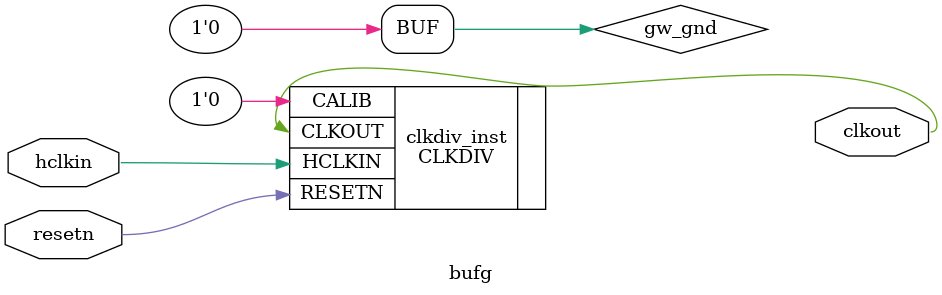
<source format=v>

module bufg (clkout, hclkin, resetn);

output clkout;
input hclkin;
input resetn;

wire gw_gnd;

assign gw_gnd = 1'b0;

CLKDIV clkdiv_inst (
    .CLKOUT(clkout),
    .HCLKIN(hclkin),
    .RESETN(resetn),
    .CALIB(gw_gnd)
);

defparam clkdiv_inst.DIV_MODE = "1";

endmodule //bufg

</source>
